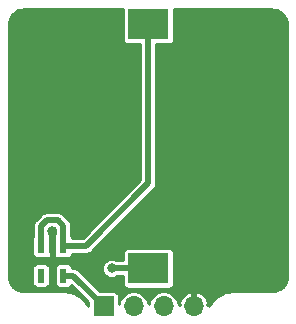
<source format=gbr>
%TF.GenerationSoftware,KiCad,Pcbnew,(5.1.6)-1*%
%TF.CreationDate,2022-09-21T14:30:55-04:00*%
%TF.ProjectId,EXT_BATT_4.5,4558545f-4241-4545-945f-342e352e6b69,rev?*%
%TF.SameCoordinates,Original*%
%TF.FileFunction,Copper,L1,Top*%
%TF.FilePolarity,Positive*%
%FSLAX46Y46*%
G04 Gerber Fmt 4.6, Leading zero omitted, Abs format (unit mm)*
G04 Created by KiCad (PCBNEW (5.1.6)-1) date 2022-09-21 14:30:55*
%MOMM*%
%LPD*%
G01*
G04 APERTURE LIST*
%TA.AperFunction,SMDPad,CuDef*%
%ADD10R,3.500000X2.600000*%
%TD*%
%TA.AperFunction,SMDPad,CuDef*%
%ADD11R,0.600000X1.250000*%
%TD*%
%TA.AperFunction,ComponentPad*%
%ADD12R,1.700000X1.700000*%
%TD*%
%TA.AperFunction,ComponentPad*%
%ADD13O,1.700000X1.700000*%
%TD*%
%TA.AperFunction,ViaPad*%
%ADD14C,0.800000*%
%TD*%
%TA.AperFunction,Conductor*%
%ADD15C,0.500000*%
%TD*%
%TA.AperFunction,Conductor*%
%ADD16C,0.254000*%
%TD*%
G04 APERTURE END LIST*
D10*
%TO.P,BT1,1*%
%TO.N,+BATT*%
X129300000Y-77900000D03*
%TO.P,BT1,2*%
%TO.N,Net-(BT1-Pad2)*%
X129300000Y-98600000D03*
%TD*%
D11*
%TO.P,IC1,1*%
%TO.N,+BATT*%
X122100000Y-96700000D03*
%TO.P,IC1,2*%
%TO.N,GND*%
X121150000Y-96700000D03*
%TO.P,IC1,3*%
%TO.N,+BATT*%
X120200000Y-96700000D03*
%TO.P,IC1,4*%
%TO.N,Net-(IC1-Pad4)*%
X120200000Y-99200000D03*
%TO.P,IC1,5*%
%TO.N,VDD*%
X122100000Y-99200000D03*
%TD*%
D12*
%TO.P,J1,1*%
%TO.N,VDD*%
X125500000Y-101800000D03*
D13*
%TO.P,J1,2*%
%TO.N,Net-(J1-Pad2)*%
X128040000Y-101800000D03*
%TO.P,J1,3*%
%TO.N,Net-(J1-Pad3)*%
X130580000Y-101800000D03*
%TO.P,J1,4*%
%TO.N,GND*%
X133120000Y-101800000D03*
%TD*%
D14*
%TO.N,Net-(BT1-Pad2)*%
X126200000Y-98600000D03*
%TO.N,GND*%
X121149998Y-95400012D03*
%TD*%
D15*
%TO.N,+BATT*%
X120700000Y-94500000D02*
X121600000Y-94500000D01*
X121600000Y-94500000D02*
X122100000Y-95000000D01*
X122100000Y-95000000D02*
X122100000Y-96700000D01*
X120200000Y-96700000D02*
X120200000Y-95000000D01*
X120200000Y-95000000D02*
X120700000Y-94500000D01*
X122100000Y-96700000D02*
X124000000Y-96700000D01*
X129300000Y-91400000D02*
X129300000Y-77900000D01*
X124000000Y-96700000D02*
X129300000Y-91400000D01*
%TO.N,Net-(BT1-Pad2)*%
X126200000Y-98600000D02*
X129300000Y-98600000D01*
%TO.N,GND*%
X121150000Y-95400014D02*
X121149998Y-95400012D01*
X121150000Y-96700000D02*
X121150000Y-95400014D01*
%TO.N,VDD*%
X122900000Y-99200000D02*
X125500000Y-101800000D01*
X122100000Y-99200000D02*
X122900000Y-99200000D01*
%TD*%
D16*
%TO.N,GND*%
G36*
X127120934Y-79200000D02*
G01*
X127129178Y-79283707D01*
X127153595Y-79364196D01*
X127193245Y-79438376D01*
X127246605Y-79503395D01*
X127311624Y-79556755D01*
X127385804Y-79596405D01*
X127466293Y-79620822D01*
X127550000Y-79629066D01*
X128623001Y-79629066D01*
X128623000Y-91119577D01*
X123719578Y-96023000D01*
X122823945Y-96023000D01*
X122820822Y-95991293D01*
X122796405Y-95910804D01*
X122777000Y-95874500D01*
X122777000Y-95033252D01*
X122780275Y-95000000D01*
X122767204Y-94867285D01*
X122728492Y-94739670D01*
X122665628Y-94622059D01*
X122602224Y-94544801D01*
X122602218Y-94544795D01*
X122581026Y-94518973D01*
X122555205Y-94497782D01*
X122102226Y-94044804D01*
X122081027Y-94018973D01*
X121977941Y-93934372D01*
X121860330Y-93871508D01*
X121732715Y-93832796D01*
X121633252Y-93823000D01*
X121633245Y-93823000D01*
X121600000Y-93819726D01*
X121566755Y-93823000D01*
X120733252Y-93823000D01*
X120700000Y-93819725D01*
X120666748Y-93823000D01*
X120567285Y-93832796D01*
X120439670Y-93871508D01*
X120322059Y-93934372D01*
X120218973Y-94018973D01*
X120197778Y-94044799D01*
X119744799Y-94497779D01*
X119718974Y-94518973D01*
X119697779Y-94544799D01*
X119697776Y-94544802D01*
X119634372Y-94622060D01*
X119571508Y-94739671D01*
X119532796Y-94867286D01*
X119519726Y-95000000D01*
X119523001Y-95033254D01*
X119523000Y-95874499D01*
X119503595Y-95910804D01*
X119479178Y-95991293D01*
X119470934Y-96075000D01*
X119470934Y-97325000D01*
X119479178Y-97408707D01*
X119503595Y-97489196D01*
X119543245Y-97563376D01*
X119596605Y-97628395D01*
X119661624Y-97681755D01*
X119735804Y-97721405D01*
X119816293Y-97745822D01*
X119900000Y-97754066D01*
X120500000Y-97754066D01*
X120583707Y-97745822D01*
X120664196Y-97721405D01*
X120675000Y-97715630D01*
X120685804Y-97721405D01*
X120766293Y-97745822D01*
X120850000Y-97754066D01*
X120916250Y-97752000D01*
X121023000Y-97645250D01*
X121023000Y-96827000D01*
X121003000Y-96827000D01*
X121003000Y-96573000D01*
X121023000Y-96573000D01*
X121023000Y-95754750D01*
X120916250Y-95648000D01*
X120877000Y-95646776D01*
X120877000Y-95280422D01*
X120980423Y-95177000D01*
X121319578Y-95177000D01*
X121423000Y-95280423D01*
X121423000Y-95646776D01*
X121383750Y-95648000D01*
X121277000Y-95754750D01*
X121277000Y-96573000D01*
X121297000Y-96573000D01*
X121297000Y-96827000D01*
X121277000Y-96827000D01*
X121277000Y-97645250D01*
X121383750Y-97752000D01*
X121450000Y-97754066D01*
X121533707Y-97745822D01*
X121614196Y-97721405D01*
X121625000Y-97715630D01*
X121635804Y-97721405D01*
X121716293Y-97745822D01*
X121800000Y-97754066D01*
X122400000Y-97754066D01*
X122483707Y-97745822D01*
X122564196Y-97721405D01*
X122638376Y-97681755D01*
X122703395Y-97628395D01*
X122756755Y-97563376D01*
X122796405Y-97489196D01*
X122820822Y-97408707D01*
X122823945Y-97377000D01*
X123966755Y-97377000D01*
X124000000Y-97380274D01*
X124033245Y-97377000D01*
X124033252Y-97377000D01*
X124132715Y-97367204D01*
X124260330Y-97328492D01*
X124377941Y-97265628D01*
X124481027Y-97181027D01*
X124502226Y-97155196D01*
X129755206Y-91902217D01*
X129781026Y-91881027D01*
X129802218Y-91855205D01*
X129802224Y-91855199D01*
X129865628Y-91777941D01*
X129928492Y-91660330D01*
X129967204Y-91532715D01*
X129967204Y-91532714D01*
X129977000Y-91433252D01*
X129977000Y-91433245D01*
X129980274Y-91400000D01*
X129977000Y-91366755D01*
X129977000Y-79629066D01*
X131050000Y-79629066D01*
X131133707Y-79620822D01*
X131214196Y-79596405D01*
X131288376Y-79556755D01*
X131353395Y-79503395D01*
X131406755Y-79438376D01*
X131446405Y-79364196D01*
X131470822Y-79283707D01*
X131479066Y-79200000D01*
X131479066Y-76652000D01*
X139677891Y-76652000D01*
X139961406Y-76679799D01*
X140212855Y-76755715D01*
X140444772Y-76879027D01*
X140648319Y-77045036D01*
X140815746Y-77247420D01*
X140940673Y-77478468D01*
X141018343Y-77729381D01*
X141048001Y-78011552D01*
X141048000Y-99177891D01*
X141020201Y-99461407D01*
X140944283Y-99712858D01*
X140820972Y-99944773D01*
X140654964Y-100148319D01*
X140452578Y-100315747D01*
X140221532Y-100440673D01*
X139970619Y-100518343D01*
X139688458Y-100548000D01*
X136377795Y-100548000D01*
X136357669Y-100549982D01*
X136346467Y-100549904D01*
X136340186Y-100550520D01*
X135990813Y-100587241D01*
X135950669Y-100595481D01*
X135910442Y-100603155D01*
X135904405Y-100604978D01*
X135904399Y-100604979D01*
X135904393Y-100604981D01*
X135568813Y-100708860D01*
X135531056Y-100724731D01*
X135493062Y-100740082D01*
X135487495Y-100743042D01*
X135487491Y-100743044D01*
X135487490Y-100743045D01*
X135178471Y-100910131D01*
X135144519Y-100933032D01*
X135110228Y-100955471D01*
X135105337Y-100959460D01*
X134834657Y-101183386D01*
X134805790Y-101212456D01*
X134776521Y-101241118D01*
X134772498Y-101245981D01*
X134550467Y-101518218D01*
X134527803Y-101552330D01*
X134504652Y-101586141D01*
X134501650Y-101591693D01*
X134397000Y-101788511D01*
X134397000Y-101672998D01*
X134283926Y-101672998D01*
X134355164Y-101475786D01*
X134268180Y-101241047D01*
X134137072Y-101027788D01*
X133966878Y-100844205D01*
X133764139Y-100697353D01*
X133536646Y-100592875D01*
X133444213Y-100564842D01*
X133247000Y-100636662D01*
X133247000Y-101673000D01*
X133267000Y-101673000D01*
X133267000Y-101927000D01*
X133247000Y-101927000D01*
X133247000Y-101947000D01*
X132993000Y-101947000D01*
X132993000Y-101927000D01*
X132973000Y-101927000D01*
X132973000Y-101673000D01*
X132993000Y-101673000D01*
X132993000Y-100636662D01*
X132795787Y-100564842D01*
X132703354Y-100592875D01*
X132475861Y-100697353D01*
X132273122Y-100844205D01*
X132102928Y-101027788D01*
X131971820Y-101241047D01*
X131884836Y-101475786D01*
X131956074Y-101672998D01*
X131856756Y-101672998D01*
X131807926Y-101427513D01*
X131711663Y-101195114D01*
X131571911Y-100985960D01*
X131394040Y-100808089D01*
X131184886Y-100668337D01*
X130952487Y-100572074D01*
X130705774Y-100523000D01*
X130454226Y-100523000D01*
X130207513Y-100572074D01*
X129975114Y-100668337D01*
X129765960Y-100808089D01*
X129588089Y-100985960D01*
X129448337Y-101195114D01*
X129352074Y-101427513D01*
X129310000Y-101639034D01*
X129267926Y-101427513D01*
X129171663Y-101195114D01*
X129031911Y-100985960D01*
X128854040Y-100808089D01*
X128644886Y-100668337D01*
X128412487Y-100572074D01*
X128165774Y-100523000D01*
X127914226Y-100523000D01*
X127667513Y-100572074D01*
X127435114Y-100668337D01*
X127225960Y-100808089D01*
X127048089Y-100985960D01*
X126908337Y-101195114D01*
X126812074Y-101427513D01*
X126779066Y-101593456D01*
X126779066Y-100950000D01*
X126770822Y-100866293D01*
X126746405Y-100785804D01*
X126706755Y-100711624D01*
X126653395Y-100646605D01*
X126588376Y-100593245D01*
X126514196Y-100553595D01*
X126433707Y-100529178D01*
X126350000Y-100520934D01*
X125178356Y-100520934D01*
X123402226Y-98744804D01*
X123381027Y-98718973D01*
X123277941Y-98634372D01*
X123160330Y-98571508D01*
X123032715Y-98532796D01*
X122933252Y-98523000D01*
X122933245Y-98523000D01*
X122900000Y-98519726D01*
X122866755Y-98523000D01*
X122823945Y-98523000D01*
X122823507Y-98518548D01*
X125373000Y-98518548D01*
X125373000Y-98681452D01*
X125404782Y-98841227D01*
X125467123Y-98991731D01*
X125557628Y-99127181D01*
X125672819Y-99242372D01*
X125808269Y-99332877D01*
X125958773Y-99395218D01*
X126118548Y-99427000D01*
X126281452Y-99427000D01*
X126441227Y-99395218D01*
X126591731Y-99332877D01*
X126675357Y-99277000D01*
X127120934Y-99277000D01*
X127120934Y-99900000D01*
X127129178Y-99983707D01*
X127153595Y-100064196D01*
X127193245Y-100138376D01*
X127246605Y-100203395D01*
X127311624Y-100256755D01*
X127385804Y-100296405D01*
X127466293Y-100320822D01*
X127550000Y-100329066D01*
X131050000Y-100329066D01*
X131133707Y-100320822D01*
X131214196Y-100296405D01*
X131288376Y-100256755D01*
X131353395Y-100203395D01*
X131406755Y-100138376D01*
X131446405Y-100064196D01*
X131470822Y-99983707D01*
X131479066Y-99900000D01*
X131479066Y-97300000D01*
X131470822Y-97216293D01*
X131446405Y-97135804D01*
X131406755Y-97061624D01*
X131353395Y-96996605D01*
X131288376Y-96943245D01*
X131214196Y-96903595D01*
X131133707Y-96879178D01*
X131050000Y-96870934D01*
X127550000Y-96870934D01*
X127466293Y-96879178D01*
X127385804Y-96903595D01*
X127311624Y-96943245D01*
X127246605Y-96996605D01*
X127193245Y-97061624D01*
X127153595Y-97135804D01*
X127129178Y-97216293D01*
X127120934Y-97300000D01*
X127120934Y-97923000D01*
X126675357Y-97923000D01*
X126591731Y-97867123D01*
X126441227Y-97804782D01*
X126281452Y-97773000D01*
X126118548Y-97773000D01*
X125958773Y-97804782D01*
X125808269Y-97867123D01*
X125672819Y-97957628D01*
X125557628Y-98072819D01*
X125467123Y-98208269D01*
X125404782Y-98358773D01*
X125373000Y-98518548D01*
X122823507Y-98518548D01*
X122820822Y-98491293D01*
X122796405Y-98410804D01*
X122756755Y-98336624D01*
X122703395Y-98271605D01*
X122638376Y-98218245D01*
X122564196Y-98178595D01*
X122483707Y-98154178D01*
X122400000Y-98145934D01*
X121800000Y-98145934D01*
X121716293Y-98154178D01*
X121635804Y-98178595D01*
X121561624Y-98218245D01*
X121496605Y-98271605D01*
X121443245Y-98336624D01*
X121403595Y-98410804D01*
X121379178Y-98491293D01*
X121370934Y-98575000D01*
X121370934Y-99825000D01*
X121379178Y-99908707D01*
X121403595Y-99989196D01*
X121443245Y-100063376D01*
X121496605Y-100128395D01*
X121561624Y-100181755D01*
X121635804Y-100221405D01*
X121716293Y-100245822D01*
X121800000Y-100254066D01*
X122400000Y-100254066D01*
X122483707Y-100245822D01*
X122564196Y-100221405D01*
X122638376Y-100181755D01*
X122703395Y-100128395D01*
X122756755Y-100063376D01*
X122773892Y-100031314D01*
X124220934Y-101478356D01*
X124220934Y-101820871D01*
X124089869Y-101578471D01*
X124066968Y-101544519D01*
X124044529Y-101510228D01*
X124040540Y-101505337D01*
X123816614Y-101234657D01*
X123787544Y-101205790D01*
X123758882Y-101176521D01*
X123754019Y-101172498D01*
X123481782Y-100950467D01*
X123447670Y-100927803D01*
X123413859Y-100904652D01*
X123408310Y-100901651D01*
X123408302Y-100901647D01*
X123098129Y-100736725D01*
X123060240Y-100721108D01*
X123022597Y-100704974D01*
X123016576Y-100703110D01*
X123016570Y-100703108D01*
X123016564Y-100703107D01*
X122680264Y-100601572D01*
X122640059Y-100593611D01*
X122600007Y-100585098D01*
X122593730Y-100584438D01*
X122244108Y-100550157D01*
X122244105Y-100550157D01*
X122222205Y-100548000D01*
X118822109Y-100548000D01*
X118538593Y-100520201D01*
X118287142Y-100444283D01*
X118055227Y-100320972D01*
X117851681Y-100154964D01*
X117684253Y-99952578D01*
X117559327Y-99721532D01*
X117481657Y-99470619D01*
X117452000Y-99188458D01*
X117452000Y-98575000D01*
X119470934Y-98575000D01*
X119470934Y-99825000D01*
X119479178Y-99908707D01*
X119503595Y-99989196D01*
X119543245Y-100063376D01*
X119596605Y-100128395D01*
X119661624Y-100181755D01*
X119735804Y-100221405D01*
X119816293Y-100245822D01*
X119900000Y-100254066D01*
X120500000Y-100254066D01*
X120583707Y-100245822D01*
X120664196Y-100221405D01*
X120738376Y-100181755D01*
X120803395Y-100128395D01*
X120856755Y-100063376D01*
X120896405Y-99989196D01*
X120920822Y-99908707D01*
X120929066Y-99825000D01*
X120929066Y-98575000D01*
X120920822Y-98491293D01*
X120896405Y-98410804D01*
X120856755Y-98336624D01*
X120803395Y-98271605D01*
X120738376Y-98218245D01*
X120664196Y-98178595D01*
X120583707Y-98154178D01*
X120500000Y-98145934D01*
X119900000Y-98145934D01*
X119816293Y-98154178D01*
X119735804Y-98178595D01*
X119661624Y-98218245D01*
X119596605Y-98271605D01*
X119543245Y-98336624D01*
X119503595Y-98410804D01*
X119479178Y-98491293D01*
X119470934Y-98575000D01*
X117452000Y-98575000D01*
X117452000Y-78022109D01*
X117479799Y-77738594D01*
X117555715Y-77487145D01*
X117679027Y-77255228D01*
X117845036Y-77051681D01*
X118047420Y-76884254D01*
X118278468Y-76759327D01*
X118529381Y-76681657D01*
X118811542Y-76652000D01*
X127120934Y-76652000D01*
X127120934Y-79200000D01*
G37*
X127120934Y-79200000D02*
X127129178Y-79283707D01*
X127153595Y-79364196D01*
X127193245Y-79438376D01*
X127246605Y-79503395D01*
X127311624Y-79556755D01*
X127385804Y-79596405D01*
X127466293Y-79620822D01*
X127550000Y-79629066D01*
X128623001Y-79629066D01*
X128623000Y-91119577D01*
X123719578Y-96023000D01*
X122823945Y-96023000D01*
X122820822Y-95991293D01*
X122796405Y-95910804D01*
X122777000Y-95874500D01*
X122777000Y-95033252D01*
X122780275Y-95000000D01*
X122767204Y-94867285D01*
X122728492Y-94739670D01*
X122665628Y-94622059D01*
X122602224Y-94544801D01*
X122602218Y-94544795D01*
X122581026Y-94518973D01*
X122555205Y-94497782D01*
X122102226Y-94044804D01*
X122081027Y-94018973D01*
X121977941Y-93934372D01*
X121860330Y-93871508D01*
X121732715Y-93832796D01*
X121633252Y-93823000D01*
X121633245Y-93823000D01*
X121600000Y-93819726D01*
X121566755Y-93823000D01*
X120733252Y-93823000D01*
X120700000Y-93819725D01*
X120666748Y-93823000D01*
X120567285Y-93832796D01*
X120439670Y-93871508D01*
X120322059Y-93934372D01*
X120218973Y-94018973D01*
X120197778Y-94044799D01*
X119744799Y-94497779D01*
X119718974Y-94518973D01*
X119697779Y-94544799D01*
X119697776Y-94544802D01*
X119634372Y-94622060D01*
X119571508Y-94739671D01*
X119532796Y-94867286D01*
X119519726Y-95000000D01*
X119523001Y-95033254D01*
X119523000Y-95874499D01*
X119503595Y-95910804D01*
X119479178Y-95991293D01*
X119470934Y-96075000D01*
X119470934Y-97325000D01*
X119479178Y-97408707D01*
X119503595Y-97489196D01*
X119543245Y-97563376D01*
X119596605Y-97628395D01*
X119661624Y-97681755D01*
X119735804Y-97721405D01*
X119816293Y-97745822D01*
X119900000Y-97754066D01*
X120500000Y-97754066D01*
X120583707Y-97745822D01*
X120664196Y-97721405D01*
X120675000Y-97715630D01*
X120685804Y-97721405D01*
X120766293Y-97745822D01*
X120850000Y-97754066D01*
X120916250Y-97752000D01*
X121023000Y-97645250D01*
X121023000Y-96827000D01*
X121003000Y-96827000D01*
X121003000Y-96573000D01*
X121023000Y-96573000D01*
X121023000Y-95754750D01*
X120916250Y-95648000D01*
X120877000Y-95646776D01*
X120877000Y-95280422D01*
X120980423Y-95177000D01*
X121319578Y-95177000D01*
X121423000Y-95280423D01*
X121423000Y-95646776D01*
X121383750Y-95648000D01*
X121277000Y-95754750D01*
X121277000Y-96573000D01*
X121297000Y-96573000D01*
X121297000Y-96827000D01*
X121277000Y-96827000D01*
X121277000Y-97645250D01*
X121383750Y-97752000D01*
X121450000Y-97754066D01*
X121533707Y-97745822D01*
X121614196Y-97721405D01*
X121625000Y-97715630D01*
X121635804Y-97721405D01*
X121716293Y-97745822D01*
X121800000Y-97754066D01*
X122400000Y-97754066D01*
X122483707Y-97745822D01*
X122564196Y-97721405D01*
X122638376Y-97681755D01*
X122703395Y-97628395D01*
X122756755Y-97563376D01*
X122796405Y-97489196D01*
X122820822Y-97408707D01*
X122823945Y-97377000D01*
X123966755Y-97377000D01*
X124000000Y-97380274D01*
X124033245Y-97377000D01*
X124033252Y-97377000D01*
X124132715Y-97367204D01*
X124260330Y-97328492D01*
X124377941Y-97265628D01*
X124481027Y-97181027D01*
X124502226Y-97155196D01*
X129755206Y-91902217D01*
X129781026Y-91881027D01*
X129802218Y-91855205D01*
X129802224Y-91855199D01*
X129865628Y-91777941D01*
X129928492Y-91660330D01*
X129967204Y-91532715D01*
X129967204Y-91532714D01*
X129977000Y-91433252D01*
X129977000Y-91433245D01*
X129980274Y-91400000D01*
X129977000Y-91366755D01*
X129977000Y-79629066D01*
X131050000Y-79629066D01*
X131133707Y-79620822D01*
X131214196Y-79596405D01*
X131288376Y-79556755D01*
X131353395Y-79503395D01*
X131406755Y-79438376D01*
X131446405Y-79364196D01*
X131470822Y-79283707D01*
X131479066Y-79200000D01*
X131479066Y-76652000D01*
X139677891Y-76652000D01*
X139961406Y-76679799D01*
X140212855Y-76755715D01*
X140444772Y-76879027D01*
X140648319Y-77045036D01*
X140815746Y-77247420D01*
X140940673Y-77478468D01*
X141018343Y-77729381D01*
X141048001Y-78011552D01*
X141048000Y-99177891D01*
X141020201Y-99461407D01*
X140944283Y-99712858D01*
X140820972Y-99944773D01*
X140654964Y-100148319D01*
X140452578Y-100315747D01*
X140221532Y-100440673D01*
X139970619Y-100518343D01*
X139688458Y-100548000D01*
X136377795Y-100548000D01*
X136357669Y-100549982D01*
X136346467Y-100549904D01*
X136340186Y-100550520D01*
X135990813Y-100587241D01*
X135950669Y-100595481D01*
X135910442Y-100603155D01*
X135904405Y-100604978D01*
X135904399Y-100604979D01*
X135904393Y-100604981D01*
X135568813Y-100708860D01*
X135531056Y-100724731D01*
X135493062Y-100740082D01*
X135487495Y-100743042D01*
X135487491Y-100743044D01*
X135487490Y-100743045D01*
X135178471Y-100910131D01*
X135144519Y-100933032D01*
X135110228Y-100955471D01*
X135105337Y-100959460D01*
X134834657Y-101183386D01*
X134805790Y-101212456D01*
X134776521Y-101241118D01*
X134772498Y-101245981D01*
X134550467Y-101518218D01*
X134527803Y-101552330D01*
X134504652Y-101586141D01*
X134501650Y-101591693D01*
X134397000Y-101788511D01*
X134397000Y-101672998D01*
X134283926Y-101672998D01*
X134355164Y-101475786D01*
X134268180Y-101241047D01*
X134137072Y-101027788D01*
X133966878Y-100844205D01*
X133764139Y-100697353D01*
X133536646Y-100592875D01*
X133444213Y-100564842D01*
X133247000Y-100636662D01*
X133247000Y-101673000D01*
X133267000Y-101673000D01*
X133267000Y-101927000D01*
X133247000Y-101927000D01*
X133247000Y-101947000D01*
X132993000Y-101947000D01*
X132993000Y-101927000D01*
X132973000Y-101927000D01*
X132973000Y-101673000D01*
X132993000Y-101673000D01*
X132993000Y-100636662D01*
X132795787Y-100564842D01*
X132703354Y-100592875D01*
X132475861Y-100697353D01*
X132273122Y-100844205D01*
X132102928Y-101027788D01*
X131971820Y-101241047D01*
X131884836Y-101475786D01*
X131956074Y-101672998D01*
X131856756Y-101672998D01*
X131807926Y-101427513D01*
X131711663Y-101195114D01*
X131571911Y-100985960D01*
X131394040Y-100808089D01*
X131184886Y-100668337D01*
X130952487Y-100572074D01*
X130705774Y-100523000D01*
X130454226Y-100523000D01*
X130207513Y-100572074D01*
X129975114Y-100668337D01*
X129765960Y-100808089D01*
X129588089Y-100985960D01*
X129448337Y-101195114D01*
X129352074Y-101427513D01*
X129310000Y-101639034D01*
X129267926Y-101427513D01*
X129171663Y-101195114D01*
X129031911Y-100985960D01*
X128854040Y-100808089D01*
X128644886Y-100668337D01*
X128412487Y-100572074D01*
X128165774Y-100523000D01*
X127914226Y-100523000D01*
X127667513Y-100572074D01*
X127435114Y-100668337D01*
X127225960Y-100808089D01*
X127048089Y-100985960D01*
X126908337Y-101195114D01*
X126812074Y-101427513D01*
X126779066Y-101593456D01*
X126779066Y-100950000D01*
X126770822Y-100866293D01*
X126746405Y-100785804D01*
X126706755Y-100711624D01*
X126653395Y-100646605D01*
X126588376Y-100593245D01*
X126514196Y-100553595D01*
X126433707Y-100529178D01*
X126350000Y-100520934D01*
X125178356Y-100520934D01*
X123402226Y-98744804D01*
X123381027Y-98718973D01*
X123277941Y-98634372D01*
X123160330Y-98571508D01*
X123032715Y-98532796D01*
X122933252Y-98523000D01*
X122933245Y-98523000D01*
X122900000Y-98519726D01*
X122866755Y-98523000D01*
X122823945Y-98523000D01*
X122823507Y-98518548D01*
X125373000Y-98518548D01*
X125373000Y-98681452D01*
X125404782Y-98841227D01*
X125467123Y-98991731D01*
X125557628Y-99127181D01*
X125672819Y-99242372D01*
X125808269Y-99332877D01*
X125958773Y-99395218D01*
X126118548Y-99427000D01*
X126281452Y-99427000D01*
X126441227Y-99395218D01*
X126591731Y-99332877D01*
X126675357Y-99277000D01*
X127120934Y-99277000D01*
X127120934Y-99900000D01*
X127129178Y-99983707D01*
X127153595Y-100064196D01*
X127193245Y-100138376D01*
X127246605Y-100203395D01*
X127311624Y-100256755D01*
X127385804Y-100296405D01*
X127466293Y-100320822D01*
X127550000Y-100329066D01*
X131050000Y-100329066D01*
X131133707Y-100320822D01*
X131214196Y-100296405D01*
X131288376Y-100256755D01*
X131353395Y-100203395D01*
X131406755Y-100138376D01*
X131446405Y-100064196D01*
X131470822Y-99983707D01*
X131479066Y-99900000D01*
X131479066Y-97300000D01*
X131470822Y-97216293D01*
X131446405Y-97135804D01*
X131406755Y-97061624D01*
X131353395Y-96996605D01*
X131288376Y-96943245D01*
X131214196Y-96903595D01*
X131133707Y-96879178D01*
X131050000Y-96870934D01*
X127550000Y-96870934D01*
X127466293Y-96879178D01*
X127385804Y-96903595D01*
X127311624Y-96943245D01*
X127246605Y-96996605D01*
X127193245Y-97061624D01*
X127153595Y-97135804D01*
X127129178Y-97216293D01*
X127120934Y-97300000D01*
X127120934Y-97923000D01*
X126675357Y-97923000D01*
X126591731Y-97867123D01*
X126441227Y-97804782D01*
X126281452Y-97773000D01*
X126118548Y-97773000D01*
X125958773Y-97804782D01*
X125808269Y-97867123D01*
X125672819Y-97957628D01*
X125557628Y-98072819D01*
X125467123Y-98208269D01*
X125404782Y-98358773D01*
X125373000Y-98518548D01*
X122823507Y-98518548D01*
X122820822Y-98491293D01*
X122796405Y-98410804D01*
X122756755Y-98336624D01*
X122703395Y-98271605D01*
X122638376Y-98218245D01*
X122564196Y-98178595D01*
X122483707Y-98154178D01*
X122400000Y-98145934D01*
X121800000Y-98145934D01*
X121716293Y-98154178D01*
X121635804Y-98178595D01*
X121561624Y-98218245D01*
X121496605Y-98271605D01*
X121443245Y-98336624D01*
X121403595Y-98410804D01*
X121379178Y-98491293D01*
X121370934Y-98575000D01*
X121370934Y-99825000D01*
X121379178Y-99908707D01*
X121403595Y-99989196D01*
X121443245Y-100063376D01*
X121496605Y-100128395D01*
X121561624Y-100181755D01*
X121635804Y-100221405D01*
X121716293Y-100245822D01*
X121800000Y-100254066D01*
X122400000Y-100254066D01*
X122483707Y-100245822D01*
X122564196Y-100221405D01*
X122638376Y-100181755D01*
X122703395Y-100128395D01*
X122756755Y-100063376D01*
X122773892Y-100031314D01*
X124220934Y-101478356D01*
X124220934Y-101820871D01*
X124089869Y-101578471D01*
X124066968Y-101544519D01*
X124044529Y-101510228D01*
X124040540Y-101505337D01*
X123816614Y-101234657D01*
X123787544Y-101205790D01*
X123758882Y-101176521D01*
X123754019Y-101172498D01*
X123481782Y-100950467D01*
X123447670Y-100927803D01*
X123413859Y-100904652D01*
X123408310Y-100901651D01*
X123408302Y-100901647D01*
X123098129Y-100736725D01*
X123060240Y-100721108D01*
X123022597Y-100704974D01*
X123016576Y-100703110D01*
X123016570Y-100703108D01*
X123016564Y-100703107D01*
X122680264Y-100601572D01*
X122640059Y-100593611D01*
X122600007Y-100585098D01*
X122593730Y-100584438D01*
X122244108Y-100550157D01*
X122244105Y-100550157D01*
X122222205Y-100548000D01*
X118822109Y-100548000D01*
X118538593Y-100520201D01*
X118287142Y-100444283D01*
X118055227Y-100320972D01*
X117851681Y-100154964D01*
X117684253Y-99952578D01*
X117559327Y-99721532D01*
X117481657Y-99470619D01*
X117452000Y-99188458D01*
X117452000Y-98575000D01*
X119470934Y-98575000D01*
X119470934Y-99825000D01*
X119479178Y-99908707D01*
X119503595Y-99989196D01*
X119543245Y-100063376D01*
X119596605Y-100128395D01*
X119661624Y-100181755D01*
X119735804Y-100221405D01*
X119816293Y-100245822D01*
X119900000Y-100254066D01*
X120500000Y-100254066D01*
X120583707Y-100245822D01*
X120664196Y-100221405D01*
X120738376Y-100181755D01*
X120803395Y-100128395D01*
X120856755Y-100063376D01*
X120896405Y-99989196D01*
X120920822Y-99908707D01*
X120929066Y-99825000D01*
X120929066Y-98575000D01*
X120920822Y-98491293D01*
X120896405Y-98410804D01*
X120856755Y-98336624D01*
X120803395Y-98271605D01*
X120738376Y-98218245D01*
X120664196Y-98178595D01*
X120583707Y-98154178D01*
X120500000Y-98145934D01*
X119900000Y-98145934D01*
X119816293Y-98154178D01*
X119735804Y-98178595D01*
X119661624Y-98218245D01*
X119596605Y-98271605D01*
X119543245Y-98336624D01*
X119503595Y-98410804D01*
X119479178Y-98491293D01*
X119470934Y-98575000D01*
X117452000Y-98575000D01*
X117452000Y-78022109D01*
X117479799Y-77738594D01*
X117555715Y-77487145D01*
X117679027Y-77255228D01*
X117845036Y-77051681D01*
X118047420Y-76884254D01*
X118278468Y-76759327D01*
X118529381Y-76681657D01*
X118811542Y-76652000D01*
X127120934Y-76652000D01*
X127120934Y-79200000D01*
%TD*%
M02*

</source>
